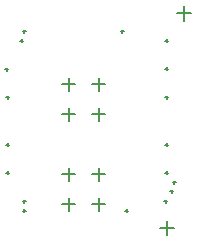
<source format=gbr>
%TF.GenerationSoftware,Altium Limited,Altium Designer,25.5.2 (35)*%
G04 Layer_Color=128*
%FSLAX45Y45*%
%MOMM*%
%TF.SameCoordinates,263EE719-961F-4448-A72E-CF07F5483F46*%
%TF.FilePolarity,Positive*%
%TF.FileFunction,Drillmap*%
%TF.Part,Single*%
G01*
G75*
%TA.AperFunction,NonConductor*%
%ADD33C,0.12700*%
D33*
X965000Y1406000D02*
X1075000D01*
X1020000Y1351000D02*
Y1461000D01*
X965000Y1660000D02*
X1075000D01*
X1020000Y1605000D02*
Y1715000D01*
X1219000Y1406000D02*
X1329000D01*
X1274000Y1351000D02*
Y1461000D01*
X1219000Y1660000D02*
X1329000D01*
X1274000Y1605000D02*
Y1715000D01*
X965000Y646000D02*
X1075000D01*
X1020000Y591000D02*
Y701000D01*
X965000Y900000D02*
X1075000D01*
X1020000Y845000D02*
Y955000D01*
X1219000Y646000D02*
X1329000D01*
X1274000Y591000D02*
Y701000D01*
X1219000Y900000D02*
X1329000D01*
X1274000Y845000D02*
Y955000D01*
X1787000Y440000D02*
X1907000D01*
X1847000Y380000D02*
Y500000D01*
X1937000Y2260000D02*
X2057000D01*
X1997000Y2200000D02*
Y2320000D01*
X1497300Y590000D02*
X1522700D01*
X1510000Y577300D02*
Y602700D01*
X1877444Y752836D02*
X1902844D01*
X1890144Y740136D02*
Y765536D01*
X1900153Y829635D02*
X1925553D01*
X1912853Y816935D02*
Y842335D01*
X627300Y590000D02*
X652700D01*
X640000Y577300D02*
Y602700D01*
X1834300Y910000D02*
X1859700D01*
X1847000Y897300D02*
Y922700D01*
X1834300Y1150000D02*
X1859700D01*
X1847000Y1137300D02*
Y1162700D01*
X1834300Y1550000D02*
X1859700D01*
X1847000Y1537300D02*
Y1562700D01*
X1834300Y1790000D02*
X1859700D01*
X1847000Y1777300D02*
Y1802700D01*
X1834300Y2030000D02*
X1859700D01*
X1847000Y2017300D02*
Y2042700D01*
X1827300Y670000D02*
X1852700D01*
X1840000Y657300D02*
Y682700D01*
X627300Y670000D02*
X652700D01*
X640000Y657300D02*
Y682700D01*
X487300Y910000D02*
X512700D01*
X500000Y897300D02*
Y922700D01*
X487300Y1150000D02*
X512700D01*
X500000Y1137300D02*
Y1162700D01*
X487300Y1550000D02*
X512700D01*
X500000Y1537300D02*
Y1562700D01*
X481968Y1787764D02*
X507368D01*
X494668Y1775064D02*
Y1800464D01*
X607487Y2030679D02*
X632887D01*
X620187Y2017979D02*
Y2043379D01*
X627300Y2110000D02*
X652700D01*
X640000Y2097300D02*
Y2122700D01*
X1457300Y2110000D02*
X1482700D01*
X1470000Y2097300D02*
Y2122700D01*
%TF.MD5,1791eb774dc11a55e42e9c3eca6b1a3c*%
M02*

</source>
